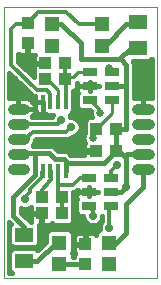
<source format=gtl>
G75*
G70*
%OFA0B0*%
%FSLAX24Y24*%
%IPPOS*%
%LPD*%
%AMOC8*
5,1,8,0,0,1.08239X$1,22.5*
%
%ADD10C,0.0000*%
%ADD11R,0.0515X0.0515*%
%ADD12R,0.0630X0.0472*%
%ADD13R,0.0394X0.0433*%
%ADD14R,0.0433X0.0394*%
%ADD15R,0.0138X0.0472*%
%ADD16R,0.0494X0.0276*%
%ADD17C,0.0377*%
%ADD18C,0.0120*%
%ADD19C,0.0277*%
%ADD20C,0.0258*%
%ADD21C,0.0060*%
%ADD22C,0.0100*%
%ADD23C,0.0160*%
%ADD24C,0.0150*%
D10*
X000900Y000980D02*
X000900Y010035D01*
X006018Y010035D01*
X006018Y000980D01*
X000900Y000980D01*
D11*
X002753Y001459D03*
X002753Y002167D03*
X004406Y002167D03*
X004406Y001459D03*
X004165Y008729D03*
X004165Y009438D03*
X002512Y009438D03*
X002512Y008729D03*
D12*
X005382Y008649D03*
X005382Y009516D03*
X001578Y002434D03*
X001578Y001568D03*
D13*
X002165Y003140D03*
X002165Y003700D03*
X002835Y003700D03*
X002835Y003140D03*
X003965Y005940D03*
X004635Y005940D03*
X002955Y007620D03*
X002955Y008140D03*
X002285Y008140D03*
X002285Y007620D03*
D14*
X001700Y008805D03*
X001700Y009475D03*
X003965Y005220D03*
X004635Y005220D03*
X003620Y002115D03*
X003620Y001445D03*
D15*
X002964Y004548D03*
X002708Y004548D03*
X002452Y004548D03*
X002196Y004548D03*
X002196Y006852D03*
X002452Y006852D03*
X002708Y006852D03*
X002964Y006852D03*
D16*
X003766Y006908D03*
X003766Y007380D03*
X003766Y007852D03*
X004514Y007852D03*
X004514Y007380D03*
X004514Y006908D03*
X004474Y004332D03*
X004474Y003860D03*
X004474Y003388D03*
X003726Y003388D03*
X003726Y003860D03*
X003726Y004332D03*
D17*
X005351Y004620D02*
X005729Y004620D01*
X005729Y005120D02*
X005351Y005120D01*
X005351Y005620D02*
X005729Y005620D01*
X005729Y006120D02*
X005351Y006120D01*
X005351Y006620D02*
X005729Y006620D01*
X001569Y006620D02*
X001191Y006620D01*
X001191Y006120D02*
X001569Y006120D01*
X001569Y005620D02*
X001191Y005620D01*
X001191Y005120D02*
X001569Y005120D01*
X001569Y004620D02*
X001191Y004620D01*
D18*
X001780Y003940D02*
X001780Y003860D01*
X001620Y003700D01*
X001620Y003620D01*
X001780Y003940D02*
X002180Y004340D01*
X002180Y004532D01*
X002196Y004548D01*
X002460Y004260D02*
X002420Y004220D01*
X002420Y004180D01*
X002165Y003925D01*
X002165Y003700D01*
X002460Y004260D02*
X002460Y004540D01*
X002452Y004548D01*
X002708Y004548D02*
X002708Y004100D01*
X003220Y004100D01*
X003452Y004332D01*
X003726Y004332D01*
X003700Y003380D02*
X003860Y003220D01*
X003860Y003060D01*
X004420Y003334D02*
X004420Y002660D01*
X004420Y003334D02*
X004474Y003388D01*
X004474Y004332D02*
X004474Y004554D01*
X004660Y004740D01*
X003140Y006020D02*
X002980Y005860D01*
X001860Y005860D01*
X001620Y005620D01*
X001380Y005620D01*
X001380Y006120D02*
X002720Y006120D01*
X002820Y006260D01*
X002964Y006852D02*
X002964Y007460D01*
X002964Y007524D01*
X002980Y007540D01*
X002955Y007620D02*
X002955Y008140D01*
X002340Y007260D02*
X002452Y007108D01*
X002452Y006852D01*
X002340Y007260D02*
X002020Y007260D01*
X001140Y008100D01*
X001140Y009300D01*
X001300Y009460D01*
X001685Y009460D01*
X001700Y009475D01*
X002045Y009860D01*
X002980Y009860D01*
X003402Y009438D01*
X004165Y009438D01*
X002708Y004100D02*
X002708Y003827D01*
X002835Y003700D01*
X002835Y003140D01*
D19*
X003380Y003860D03*
X003860Y003060D03*
X004420Y002660D03*
X004980Y004020D03*
X004660Y004740D03*
X003540Y006420D03*
X003140Y006020D03*
X002820Y006260D03*
X002180Y005540D03*
X003420Y005300D03*
X001620Y003620D03*
X001380Y007380D03*
X001700Y008180D03*
X005540Y007540D03*
D20*
X004420Y007980D03*
X004100Y006500D03*
X003860Y005660D03*
D21*
X004500Y006900D02*
X004480Y006920D01*
X004514Y006908D01*
X004514Y007852D02*
X004460Y007860D01*
X004420Y007860D01*
X003060Y007700D02*
X003020Y007680D01*
X003020Y007660D01*
X002955Y007620D01*
X003020Y007460D01*
X002964Y007460D01*
X002340Y007620D02*
X002285Y007620D01*
X001922Y008429D02*
X001940Y008480D01*
X003726Y003860D02*
X003740Y003860D01*
X003720Y003400D02*
X003700Y003380D01*
X003726Y003388D02*
X003720Y003400D01*
D22*
X002980Y004820D02*
X002960Y004880D01*
X002964Y004896D01*
X003885Y005620D02*
X003860Y005660D01*
X003885Y005620D02*
X003965Y005940D01*
X003965Y005965D01*
X004500Y006500D01*
X004500Y006900D01*
X004100Y006580D02*
X004100Y006500D01*
X004100Y006580D02*
X003772Y006908D01*
X003766Y006908D01*
X003766Y007852D02*
X003372Y007852D01*
X003220Y007700D01*
X003060Y007700D01*
X002708Y007252D02*
X002340Y007620D01*
X002708Y007252D02*
X002708Y006852D01*
X001380Y005120D02*
X001410Y005090D01*
X004420Y007860D02*
X004420Y007980D01*
X004980Y007140D02*
X004980Y007060D01*
D23*
X005235Y007003D02*
X005838Y007003D01*
X005836Y006974D02*
X005765Y006989D01*
X005540Y006989D01*
X005315Y006989D01*
X005244Y006974D01*
X005235Y006971D01*
X005235Y008086D01*
X005239Y008122D01*
X005235Y008136D01*
X005235Y008151D01*
X005221Y008185D01*
X005211Y008220D01*
X005202Y008231D01*
X005201Y008233D01*
X005772Y008233D01*
X005838Y008300D01*
X005838Y006974D01*
X005836Y006974D01*
X005838Y007162D02*
X005235Y007162D01*
X005235Y007320D02*
X005838Y007320D01*
X005838Y007479D02*
X005235Y007479D01*
X005235Y007637D02*
X005838Y007637D01*
X005838Y007796D02*
X005235Y007796D01*
X005235Y007954D02*
X005838Y007954D01*
X005838Y008113D02*
X005238Y008113D01*
X005810Y008271D02*
X005838Y008271D01*
X005540Y006989D02*
X005540Y006620D01*
X005540Y006620D01*
X005540Y006989D01*
X005540Y006845D02*
X005540Y006845D01*
X005540Y006686D02*
X005540Y006686D01*
X004087Y007380D02*
X003766Y007380D01*
X004087Y007380D01*
X004087Y007380D01*
X003766Y007380D02*
X003766Y007380D01*
X003766Y007380D01*
X003766Y007535D01*
X003766Y007380D01*
X003766Y007225D01*
X003766Y007380D01*
X003766Y007380D01*
X003339Y007380D01*
X003339Y007219D01*
X003351Y007173D01*
X003366Y007147D01*
X003339Y007120D01*
X003339Y006695D01*
X003445Y006590D01*
X003765Y006590D01*
X003792Y006563D01*
X003791Y006561D01*
X003791Y006439D01*
X003833Y006337D01*
X003694Y006337D01*
X003589Y006231D01*
X003589Y005812D01*
X003551Y005721D01*
X003551Y005599D01*
X003591Y005503D01*
X003581Y005486D01*
X003569Y005441D01*
X003569Y005238D01*
X003947Y005238D01*
X003947Y005202D01*
X003569Y005202D01*
X003569Y005075D01*
X003146Y005075D01*
X003116Y005104D01*
X003116Y005104D01*
X003044Y005176D01*
X002951Y005215D01*
X002706Y005215D01*
X002636Y005284D01*
X002564Y005356D01*
X002471Y005395D01*
X001865Y005395D01*
X001881Y005411D01*
X001937Y005547D01*
X001937Y005598D01*
X001959Y005620D01*
X003028Y005620D01*
X003116Y005657D01*
X003161Y005701D01*
X003203Y005701D01*
X003321Y005750D01*
X003410Y005839D01*
X003459Y005957D01*
X003459Y006083D01*
X003410Y006201D01*
X003321Y006290D01*
X003203Y006339D01*
X003132Y006339D01*
X003092Y006435D01*
X003107Y006435D01*
X003213Y006541D01*
X003213Y007162D01*
X003204Y007171D01*
X003204Y007223D01*
X003226Y007223D01*
X003331Y007329D01*
X003331Y007486D01*
X003339Y007494D01*
X003339Y007380D01*
X003766Y007380D01*
X003766Y007380D01*
X003766Y007320D02*
X003766Y007320D01*
X003766Y007225D02*
X003766Y007225D01*
X003766Y007479D02*
X003766Y007479D01*
X003766Y007535D02*
X003766Y007535D01*
X003339Y007479D02*
X003331Y007479D01*
X003323Y007320D02*
X003339Y007320D01*
X003358Y007162D02*
X003213Y007162D01*
X003213Y007003D02*
X003339Y007003D01*
X003339Y006845D02*
X003213Y006845D01*
X003213Y006686D02*
X003348Y006686D01*
X003199Y006528D02*
X003791Y006528D01*
X003820Y006369D02*
X003120Y006369D01*
X003400Y006211D02*
X003589Y006211D01*
X003589Y006052D02*
X003459Y006052D01*
X003433Y005894D02*
X003589Y005894D01*
X003557Y005735D02*
X003285Y005735D01*
X003560Y005577D02*
X001937Y005577D01*
X001884Y005418D02*
X003569Y005418D01*
X003569Y005260D02*
X002661Y005260D01*
X003120Y005101D02*
X003569Y005101D01*
X003726Y004015D02*
X003726Y003860D01*
X004047Y003860D01*
X003726Y003860D01*
X003726Y003860D01*
X003726Y003860D01*
X003726Y004015D01*
X003726Y004015D01*
X003726Y003992D02*
X003726Y003992D01*
X003726Y003860D02*
X003726Y003860D01*
X003726Y003705D01*
X003726Y003860D01*
X003726Y003860D01*
X003299Y003860D01*
X003299Y003699D01*
X003311Y003653D01*
X003326Y003627D01*
X003299Y003600D01*
X003299Y003175D01*
X003405Y003070D01*
X003541Y003070D01*
X003541Y002997D01*
X003590Y002879D01*
X003679Y002790D01*
X003797Y002741D01*
X003923Y002741D01*
X004041Y002790D01*
X004130Y002879D01*
X004179Y002997D01*
X004179Y003070D01*
X004180Y003070D01*
X004180Y002871D01*
X004150Y002841D01*
X004101Y002723D01*
X004101Y002605D01*
X004074Y002605D01*
X003969Y002499D01*
X003969Y002434D01*
X003947Y002456D01*
X003906Y002479D01*
X003860Y002491D01*
X003638Y002491D01*
X003638Y002133D01*
X003602Y002133D01*
X003602Y002491D01*
X003380Y002491D01*
X003334Y002479D01*
X003293Y002456D01*
X003259Y002422D01*
X003236Y002381D01*
X003223Y002335D01*
X003223Y002133D01*
X003602Y002133D01*
X003602Y002096D01*
X003223Y002096D01*
X003223Y001894D01*
X003236Y001848D01*
X003259Y001807D01*
X003287Y001780D01*
X003223Y001717D01*
X003223Y001700D01*
X003190Y001700D01*
X003190Y001791D01*
X003168Y001813D01*
X003190Y001835D01*
X003190Y002499D01*
X003085Y002605D01*
X002421Y002605D01*
X002315Y002499D01*
X002315Y002196D01*
X002036Y001916D01*
X001968Y001984D01*
X001189Y001984D01*
X001083Y001878D01*
X001083Y001257D01*
X001180Y001160D01*
X001080Y001160D01*
X001080Y002839D01*
X001129Y002790D01*
X001083Y002745D01*
X001083Y002123D01*
X001189Y002018D01*
X001968Y002018D01*
X002073Y002123D01*
X002073Y002743D01*
X002147Y002743D01*
X002147Y003122D01*
X001789Y003122D01*
X001789Y002900D01*
X001801Y002854D01*
X001803Y002850D01*
X001791Y002850D01*
X001475Y003166D01*
X001475Y003335D01*
X001557Y003301D01*
X001683Y003301D01*
X001789Y003345D01*
X001789Y003158D01*
X002147Y003158D01*
X002147Y003122D01*
X002184Y003122D01*
X002184Y002743D01*
X002386Y002743D01*
X002432Y002756D01*
X002473Y002779D01*
X002500Y002807D01*
X002563Y002743D01*
X003106Y002743D01*
X003211Y002849D01*
X003211Y003860D01*
X003268Y003860D01*
X003299Y003873D01*
X003299Y003860D01*
X003726Y003860D01*
X003726Y003833D02*
X003726Y003833D01*
X003726Y003705D02*
X003726Y003705D01*
X004047Y003860D02*
X004047Y003860D01*
X004179Y003041D02*
X004180Y003041D01*
X004180Y002882D02*
X004131Y002882D01*
X004101Y002724D02*
X002073Y002724D01*
X002073Y002565D02*
X002381Y002565D01*
X002315Y002407D02*
X002073Y002407D01*
X002073Y002248D02*
X002315Y002248D01*
X002209Y002090D02*
X002040Y002090D01*
X002050Y001931D02*
X002021Y001931D01*
X002147Y002882D02*
X002184Y002882D01*
X002184Y003041D02*
X002147Y003041D01*
X001793Y002882D02*
X001759Y002882D01*
X001789Y003041D02*
X001600Y003041D01*
X001475Y003199D02*
X001789Y003199D01*
X001083Y002724D02*
X001080Y002724D01*
X001080Y002565D02*
X001083Y002565D01*
X001080Y002407D02*
X001083Y002407D01*
X001080Y002248D02*
X001083Y002248D01*
X001080Y002090D02*
X001117Y002090D01*
X001136Y001931D02*
X001080Y001931D01*
X001080Y001773D02*
X001083Y001773D01*
X001080Y001614D02*
X001083Y001614D01*
X001080Y001456D02*
X001083Y001456D01*
X001080Y001297D02*
X001083Y001297D01*
X003125Y002565D02*
X004035Y002565D01*
X003638Y002407D02*
X003602Y002407D01*
X003602Y002248D02*
X003638Y002248D01*
X003223Y002248D02*
X003190Y002248D01*
X003190Y002090D02*
X003223Y002090D01*
X003223Y001931D02*
X003190Y001931D01*
X003190Y001773D02*
X003279Y001773D01*
X003250Y002407D02*
X003190Y002407D01*
X003211Y002882D02*
X003589Y002882D01*
X003541Y003041D02*
X003211Y003041D01*
X003211Y003199D02*
X003299Y003199D01*
X003299Y003358D02*
X003211Y003358D01*
X003211Y003516D02*
X003299Y003516D01*
X003306Y003675D02*
X003211Y003675D01*
X003211Y003833D02*
X003299Y003833D01*
X002516Y006360D02*
X001850Y006360D01*
X001840Y006370D01*
X001855Y006385D01*
X001895Y006445D01*
X001923Y006512D01*
X001937Y006584D01*
X001937Y006620D01*
X001937Y006656D01*
X001923Y006728D01*
X001895Y006795D01*
X001855Y006855D01*
X001804Y006906D01*
X001743Y006947D01*
X001676Y006974D01*
X001605Y006989D01*
X001380Y006989D01*
X001155Y006989D01*
X001084Y006974D01*
X001080Y006973D01*
X001080Y007825D01*
X001852Y007088D01*
X001884Y007057D01*
X001887Y007055D01*
X001889Y007053D01*
X001931Y007037D01*
X001947Y007030D01*
X001947Y006852D01*
X002196Y006852D01*
X002196Y006852D01*
X001947Y006852D01*
X001947Y006592D01*
X001960Y006546D01*
X001983Y006505D01*
X002017Y006471D01*
X002058Y006448D01*
X002104Y006435D01*
X002196Y006435D01*
X002196Y006852D01*
X002196Y006852D01*
X002196Y006435D01*
X002289Y006435D01*
X002304Y006440D01*
X002309Y006435D01*
X002548Y006435D01*
X002516Y006360D01*
X002520Y006369D02*
X001841Y006369D01*
X001926Y006528D02*
X001970Y006528D01*
X001937Y006620D02*
X001380Y006620D01*
X001380Y006620D01*
X001380Y006989D01*
X001380Y006620D01*
X001937Y006620D01*
X001931Y006686D02*
X001947Y006686D01*
X001947Y006845D02*
X001862Y006845D01*
X001947Y007003D02*
X001080Y007003D01*
X001080Y007162D02*
X001776Y007162D01*
X001610Y007320D02*
X001080Y007320D01*
X001080Y007479D02*
X001443Y007479D01*
X001277Y007637D02*
X001080Y007637D01*
X001080Y007796D02*
X001111Y007796D01*
X001380Y008203D02*
X001380Y008460D01*
X001414Y008441D01*
X001460Y008429D01*
X001682Y008429D01*
X001682Y008787D01*
X001718Y008787D01*
X001718Y008429D01*
X001922Y008429D01*
X001921Y008426D01*
X001909Y008380D01*
X001909Y008158D01*
X002267Y008158D01*
X002267Y008122D01*
X001909Y008122D01*
X001909Y007698D01*
X001380Y008203D01*
X001380Y008271D02*
X001909Y008271D01*
X001909Y008113D02*
X001474Y008113D01*
X001641Y007954D02*
X001909Y007954D01*
X001909Y007796D02*
X001807Y007796D01*
X001718Y008430D02*
X001682Y008430D01*
X001682Y008588D02*
X001718Y008588D01*
X001718Y008747D02*
X001682Y008747D01*
X001456Y008430D02*
X001380Y008430D01*
X001380Y006845D02*
X001380Y006845D01*
X001380Y006686D02*
X001380Y006686D01*
X001380Y006620D02*
X001380Y006620D01*
X002196Y006686D02*
X002196Y006686D01*
X002196Y006845D02*
X002196Y006845D01*
X002196Y006528D02*
X002196Y006528D01*
D24*
X002882Y007612D02*
X002955Y007620D01*
X003460Y008300D02*
X004740Y008300D01*
X004820Y008300D01*
X004980Y008100D01*
X004980Y007380D01*
X004514Y007380D01*
X004980Y007380D02*
X004980Y007140D01*
X004980Y007060D02*
X004980Y005940D01*
X004635Y005940D01*
X004635Y005220D01*
X004235Y004820D01*
X002980Y004820D01*
X002964Y004896D02*
X002900Y004960D01*
X002600Y004960D01*
X002420Y005140D01*
X001940Y005140D01*
X001940Y004420D01*
X001220Y003700D01*
X001220Y003060D01*
X001578Y002702D01*
X001578Y002434D01*
X001578Y001568D02*
X001606Y001540D01*
X002020Y001540D01*
X002647Y002167D01*
X002753Y002167D01*
X002753Y001459D02*
X002766Y001445D01*
X003620Y001445D01*
X004406Y002167D02*
X004474Y002100D01*
X004580Y002100D01*
X004980Y002500D01*
X004980Y003460D01*
X005540Y004020D01*
X005540Y004620D01*
X005540Y005120D02*
X005000Y005120D01*
X004980Y005100D01*
X004980Y004980D01*
X004820Y005140D01*
X004635Y005220D01*
X004980Y004980D02*
X004980Y004020D01*
X004820Y003860D01*
X004474Y003860D01*
X002964Y004548D02*
X002964Y004896D01*
X001940Y005140D02*
X001460Y005140D01*
X001410Y005090D01*
X001380Y005060D01*
X003300Y006660D02*
X003540Y006420D01*
X003460Y008300D02*
X003460Y008820D01*
X002820Y009460D01*
X002529Y009460D01*
X002512Y009438D01*
X004165Y008729D02*
X004289Y008769D01*
X004980Y009460D01*
X005327Y009460D01*
X005382Y009516D01*
X005382Y008649D02*
X005129Y008649D01*
X004740Y008300D01*
M02*

</source>
